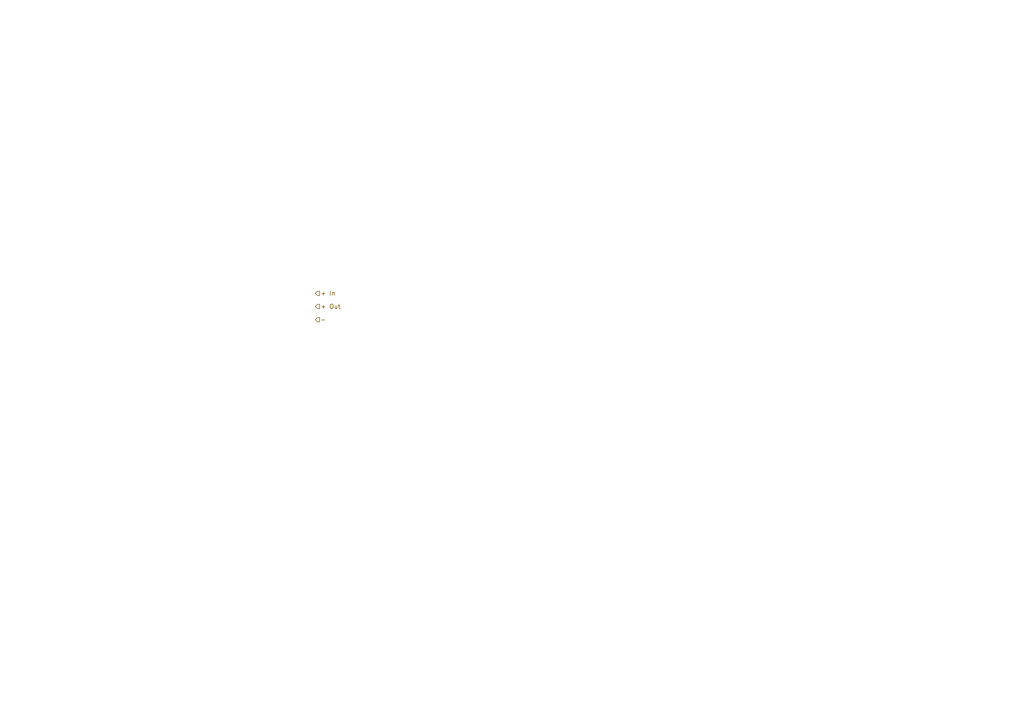
<source format=kicad_sch>
(kicad_sch (version 20230121) (generator eeschema)
  (paper "A4")
  (lib_symbols)
  (hierarchical_label "+ In" (shape input) (at 91.44 85.09 0))
  (hierarchical_label "-" (shape input) (at 91.44 92.71 0))
  (hierarchical_label "+ Out" (shape input) (at 91.44 88.9 0))
)
</source>
